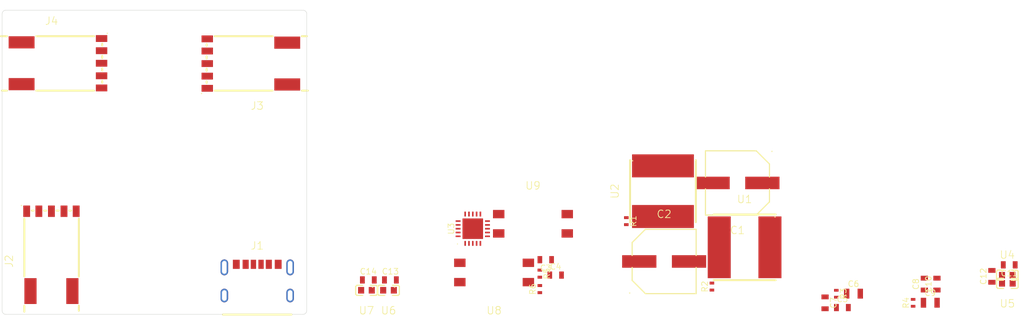
<source format=kicad_pcb>
(kicad_pcb (version 20171130) (host pcbnew 5.0.2)
  (general
    (links 0)
    (no_connects 0)
    (area 0 0 0 0)
    (thickness 1.6)
    (drawings 10)
    (tracks 0)
    (zones 0)
    (modules 0)
    (nets 27))
  (page A4)  (layers    
    (0 F.Cu signal)
    (31 B.Cu signal)
    (32 B.Adhes user)
    (33 F.Adhes user)
    (34 B.Paste user)
    (35 F.Paste user)
    (36 B.SilkS user)
    (37 F.SilkS user)
    (38 B.Mask user)
    (39 F.Mask user)
    (40 Dwgs.User user)
    (41 Cmts.User user)
    (42 Eco1.User user)
    (43 Eco2.User user)
    (44 Edge.Cuts user)
    (45 Margin user)
    (46 B.CrtYd user)
    (47 F.CrtYd user)
    (48 B.Fab user)
    (49 F.Fab user))
  (setup
    (last_trace_width 0)
    (trace_clearance 0.09)
    (zone_clearance 0)
    (zone_45_only no)
    (trace_min 0.09)
    (segment_width 0.2)
    (edge_width 0.15)
    (via_size 0.46)
    (via_drill 0.2)
    (via_min_size 0.46)
    (via_min_drill 0.2)
    (uvia_size 0.01)
    (uvia_drill 0)
    (uvias_allowed no)
    (uvia_min_size 0)
    (uvia_min_drill 0)
    (pcb_text_width 0.3)
    (pcb_text_size 1.5 1.5)
    (mod_edge_width 0.15)
    (mod_text_size 1 1)
    (mod_text_width 0.15)
    (pad_size 1.524 1.524)
    (pad_drill 0.762)
    (pad_to_mask_clearance 0.051)
    (aux_axis_origin 0 0)
    (visible_elements FFFFFF7F)
    (pcbplotparams
      (layerselection 0x00030_80000001)
      (usegerberextensions false)
      (excludeedgelayer true)
      (linewidth 0.050000)
      (plotframeref false)
      (viasonmask false)
      (mode 1)
      (useauxorigin false)
      (hpglpennumber 1)
      (hpglpenspeed 20)
      (hpglpendiameter 15)
      (hpglpenoverlay 2)
      (psnegative false)
      (psa4output false)
      (plotreference true)
      (plotvalue true)
      (plotinvisibletext false)
      (padsonsilk false)
      (subtractmaskfromsilk false)
      (outputformat 1)
      (mirror false)
      (drillshape 1)
      (scaleselection 1)
      (outputdirectory ""))
  )  
  (net 1 "VBUS")
  (net 2 "GND")
  (net 3 "VIN")
  (net 4 "rid_p1")
  (net 5 "INL+")
  (net 6 "amp_r0_p1")
  (net 7 "amp_r0_p2")
  (net 8 "amp_fb2_p2")
  (net 9 "amp_fb3_p2")
  (net 10 "G1")
  (net 11 "SDR")
  (net 12 "OUTR+")
  (net 13 "OUTR-")
  (net 14 "amp_r1_p2")
  (net 15 "rid_rid_p1")
  (net 16 "filter_c0_p1")
  (net 17 "INR-")
  (net 18 "amp_r1_p1")
  (net 19 "G0")
  (net 20 "SDL")
  (net 21 "INR+")
  (net 22 "amp_fb0_p2")
  (net 23 "amp_fb1_p2")
  (net 24 "INL-")
  (net 25 "OUTL+")
  (net 26 "OUTL-")  
  (module trs-speaker:C709355_13 (layer F.Cu) (tedit 00000000)
    (at 162.0 121.5 0.0)    
    (pad A12 smd rect
      (at 2.749962 -3.080061 0.0)
      (size 0.9 1.2)
      (net 2 "GND")
      (layers F.Cu F.Mask F.Paste))
    (pad A5 smd rect
      (at -0.499975 -3.080061 0.0)
      (size 0.7 1.2)
      (net 4 "rid_p1")
      (layers F.Cu F.Mask F.Paste))
    (pad A9 smd rect
      (at 1.520091 -3.080061 0.0)
      (size 0.8 1.2)
      (net 1 "VBUS")
      (layers F.Cu F.Mask F.Paste))
    (pad B12 smd rect
      (at -2.749911 -3.080061 0.0)
      (size 0.9 1.2)
      (net 2 "GND")
      (layers F.Cu F.Mask F.Paste))
    (pad B5 smd rect
      (at 0.500025 -3.080061 0.0)
      (size 0.7 1.2)
      (net 15 "rid_rid_p1")
      (layers F.Cu F.Mask F.Paste))
    (pad B9 smd rect
      (at -1.520041 -3.080061 0.0)
      (size 0.8 1.2)
      (net 1 "VBUS")
      (layers F.Cu F.Mask F.Paste))
    (pad 1 thru_hole oval
      (at -4.319888 -2.68001 0.0)
      (size 1.0 2.1)
      (drill oval 0.599949 1.700025)
      (layers *.Cu B.Mask F.Mask))
    (pad 2 thru_hole oval
      (at 4.319939 -2.68001 0.0)
      (size 1.0 2.1)
      (drill oval 0.599949 1.700025)
      (layers *.Cu B.Mask F.Mask))
    (pad 3 thru_hole oval
      (at -4.319888 1.020015 0.0)
      (size 1.0 1.8)
      (drill oval 0.599949 1.400051)
      (layers *.Cu B.Mask F.Mask))
    (pad 4 thru_hole oval
      (at 4.319939 1.020015 0.0)
      (size 1.0 1.8)
      (drill oval 0.599949 1.400051)
      (layers *.Cu B.Mask F.Mask))    
    (fp_text reference "J1" (at 0.0 -5.520015 0.0) (layer F.SilkS)
      (effects (font (size 1.0 1.0) (thickness 0.10)) (justify )))
    (fp_line (start -4.499975 3.520015) (end 4.5 3.520015) (layer F.SilkS) (width 0.25))    
    (model "../3d-models/C709355.wrl"
      (offset (xyz 0.0 0.0 0.0))
      (scale (xyz 1.0 1.0 1.0))
      (rotate (xyz 0.0 0.0 -180.0))))
  (module trs-speaker:ipc_two_pin_landpattern_3 (layer F.Cu) (tedit 00000000)
    (at 210.456683064219 112.741999049011 0.0)    
    (pad 1 smd rect
      (at 0.0 -0.4598612181134 0.0)
      (size 0.6 0.3802775637732)
      (net 4 "rid_p1")
      (layers F.Cu F.Paste))
    (pad 2 smd rect
      (at 0.0 0.4598612181134 0.0)
      (size 0.6 0.3802775637732)
      (net 2 "GND")
      (layers F.Cu F.Paste))    
    (fp_poly (pts (xy -0.45 -0.119722436226801) (xy 0.45 -0.119722436226801) (xy 0.45 -0.8) (xy -0.45 -0.8)) (layer F.Mask) (width 0))
    (fp_poly (pts (xy -0.45 0.8) (xy 0.45 0.8) (xy 0.45 0.119722436226801) (xy -0.45 0.119722436226801)) (layer F.Mask) (width 0))
    (fp_line (start -0.55 0.9) (end 0.55 0.9) (layer F.CrtYd) (width 0.05))
    (fp_line (start 0.55 0.9) (end 0.55 -0.9) (layer F.CrtYd) (width 0.05))
    (fp_line (start 0.55 -0.9) (end -0.55 -0.9) (layer F.CrtYd) (width 0.05))
    (fp_line (start -0.55 -0.9) (end -0.55 0.9) (layer F.CrtYd) (width 0.05))
    (fp_text reference "R1" (at 0.931 0.0 90.0) (layer F.SilkS)
      (effects (font (size 0.762 0.762) (thickness 0.10)) (justify ))))
  (module trs-speaker:ipc_two_pin_landpattern_3 (layer F.Cu) (tedit 00000000)
    (at 221.694300378081 121.345198292557 180.0)    
    (pad 1 smd rect
      (at 0.0 -0.4598612181134 180.0)
      (size 0.6 0.3802775637732)
      (net 15 "rid_rid_p1")
      (layers F.Cu F.Paste))
    (pad 2 smd rect
      (at 0.0 0.4598612181134 180.0)
      (size 0.6 0.3802775637732)
      (net 2 "GND")
      (layers F.Cu F.Paste))    
    (fp_poly (pts (xy -0.45 -0.119722436226801) (xy 0.45 -0.119722436226801) (xy 0.45 -0.8) (xy -0.45 -0.8)) (layer F.Mask) (width 0))
    (fp_poly (pts (xy -0.45 0.8) (xy 0.45 0.8) (xy 0.45 0.119722436226801) (xy -0.45 0.119722436226801)) (layer F.Mask) (width 0))
    (fp_line (start -0.55 0.9) (end 0.55 0.9) (layer F.CrtYd) (width 0.05))
    (fp_line (start 0.55 0.9) (end 0.55 -0.9) (layer F.CrtYd) (width 0.05))
    (fp_line (start 0.55 -0.9) (end -0.55 -0.9) (layer F.CrtYd) (width 0.05))
    (fp_line (start -0.55 -0.9) (end -0.55 0.9) (layer F.CrtYd) (width 0.05))
    (fp_text reference "R2" (at 0.931 0.0 90.0) (layer F.SilkS)
      (effects (font (size 0.762 0.762) (thickness 0.10)) (justify ))))
  (module trs-speaker:C340238_13 (layer F.Cu) (tedit 00000000)
    (at 225.984217370268 116.181991 0.0)    
    (pad 1 smd rect
      (at 3.327915 0.0 0.0)
      (size 3.024003 8.120015)
      (net 1 "VBUS")
      (layers F.Cu F.Mask F.Paste))
    (pad 2 smd rect
      (at -3.327915 0.0 0.0)
      (size 3.024003 8.120015)
      (net 16 "filter_c0_p1")
      (layers F.Cu F.Mask F.Paste))    
    (fp_text reference "U1" (at 0.0 -6.318009 0.0) (layer F.SilkS)
      (effects (font (size 1.0 1.0) (thickness 0.10)) (justify )))
    (fp_text user "REF**" (at 0.0 8.318009 0.0) (layer F.Fab)
      (effects (font (size 1.0 1.0) (thickness 0.10)) (justify )))
    (fp_line (start -4.0762 -4.318009) (end 4.0762 -4.318009) (layer F.SilkS) (width 0.254001))
    (fp_line (start -4.0762 4.318009) (end 4.0762 4.318009) (layer F.SilkS) (width 0.254001))
    (fp_arc (start 4.0 -4.0) (end 4.029972 -4.0) (angle -360.0) (layer F.SilkS) (width 0.059995))    
    (model "../3d-models/C340238.wrl"
      (offset (xyz 0.0 0.0 0.0))
      (scale (xyz 1.0 1.0 1.0))
      (rotate (xyz 0.0 0.0 -90.0))))
  (module trs-speaker:C340238_13 (layer F.Cu) (tedit 00000000)
    (at 215.269890511748 108.802082438293 90.0)    
    (pad 1 smd rect
      (at 3.327915 0.0 90.0)
      (size 3.024003 8.120015)
      (net 16 "filter_c0_p1")
      (layers F.Cu F.Mask F.Paste))
    (pad 2 smd rect
      (at -3.327915 0.0 90.0)
      (size 3.024003 8.120015)
      (net 3 "VIN")
      (layers F.Cu F.Mask F.Paste))    
    (fp_text reference "U2" (at 0.0 -6.318009 90.0) (layer F.SilkS)
      (effects (font (size 1.0 1.0) (thickness 0.10)) (justify )))
    (fp_text user "REF**" (at 0.0 8.318009 90.0) (layer F.Fab)
      (effects (font (size 1.0 1.0) (thickness 0.10)) (justify )))
    (fp_line (start -4.0762 -4.318009) (end 4.0762 -4.318009) (layer F.SilkS) (width 0.254001))
    (fp_line (start -4.0762 4.318009) (end 4.0762 4.318009) (layer F.SilkS) (width 0.254001))
    (fp_arc (start 4.0 -4.0) (end 4.0 -3.970028) (angle -360.0) (layer F.SilkS) (width 0.059995))    
    (model "../3d-models/C340238.wrl"
      (offset (xyz 0.0 0.0 0.0))
      (scale (xyz 1.0 1.0 1.0))
      (rotate (xyz 0.0 0.0 -90.0))))
  (module trs-speaker:ipc_two_pin_landpattern_2 (layer F.Cu) (tedit 00000000)
    (at 199.876880748808 117.808617700928 270.0)    
    (pad 1 smd rect
      (at 0.0 -0.768933982822018 270.0)
      (size 0.95 0.612132034355964)
      (net 2 "GND")
      (layers F.Cu F.Paste))
    (pad 2 smd rect
      (at 0.0 0.768933982822018 270.0)
      (size 0.95 0.612132034355964)
      (net 3 "VIN")
      (layers F.Cu F.Paste))    
    (fp_poly (pts (xy -0.625 -0.312867965644036) (xy 0.625 -0.312867965644036) (xy 0.625 -1.225) (xy -0.625 -1.225)) (layer F.Mask) (width 0))
    (fp_poly (pts (xy -0.625 1.225) (xy 0.625 1.225) (xy 0.625 0.312867965644036) (xy -0.625 0.312867965644036)) (layer F.Mask) (width 0))
    (fp_line (start -0.725 1.325) (end 0.725 1.325) (layer F.CrtYd) (width 0.05))
    (fp_line (start 0.725 1.325) (end 0.725 -1.325) (layer F.CrtYd) (width 0.05))
    (fp_line (start 0.725 -1.325) (end -0.725 -1.325) (layer F.CrtYd) (width 0.05))
    (fp_line (start -0.725 -1.325) (end -0.725 1.325) (layer F.CrtYd) (width 0.05))
    (fp_text reference "C3" (at 1.106 0.0 0.0) (layer F.SilkS)
      (effects (font (size 0.762 0.762) (thickness 0.10)) (justify ))))
  (module trs-speaker:ipc_two_pin_landpattern_2 (layer F.Cu) (tedit 00000000)
    (at 201.180080516875 119.836817850464 90.0)    
    (pad 1 smd rect
      (at 0.0 -0.768933982822018 90.0)
      (size 0.95 0.612132034355964)
      (net 2 "GND")
      (layers F.Cu F.Paste))
    (pad 2 smd rect
      (at 0.0 0.768933982822018 90.0)
      (size 0.95 0.612132034355964)
      (net 3 "VIN")
      (layers F.Cu F.Paste))    
    (fp_poly (pts (xy -0.625 -0.312867965644036) (xy 0.625 -0.312867965644036) (xy 0.625 -1.225) (xy -0.625 -1.225)) (layer F.Mask) (width 0))
    (fp_poly (pts (xy -0.625 1.225) (xy 0.625 1.225) (xy 0.625 0.312867965644036) (xy -0.625 0.312867965644036)) (layer F.Mask) (width 0))
    (fp_line (start -0.725 1.325) (end 0.725 1.325) (layer F.CrtYd) (width 0.05))
    (fp_line (start 0.725 1.325) (end 0.725 -1.325) (layer F.CrtYd) (width 0.05))
    (fp_line (start 0.725 -1.325) (end -0.725 -1.325) (layer F.CrtYd) (width 0.05))
    (fp_line (start -0.725 -1.325) (end -0.725 1.325) (layer F.CrtYd) (width 0.05))
    (fp_text reference "C4" (at 1.106 0.0 0.0) (layer F.SilkS)
      (effects (font (size 0.762 0.762) (thickness 0.10)) (justify ))))
  (module trs-speaker:ipc_two_pin_landpattern_5 (layer F.Cu) (tedit 00000000)
    (at 238.824833962584 124.10537382557 90.0)    
    (pad 1 smd rect
      (at 0.0 -0.780183982822018 90.0)
      (size 0.95 0.634632034355964)
      (net 7 "amp_r0_p2")
      (layers F.Cu F.Paste))
    (pad 2 smd rect
      (at 0.0 0.780183982822018 90.0)
      (size 0.95 0.634632034355964)
      (net 17 "INR-")
      (layers F.Cu F.Paste))    
    (fp_poly (pts (xy -0.625 -0.312867965644036) (xy 0.625 -0.312867965644036) (xy 0.625 -1.2475) (xy -0.625 -1.2475)) (layer F.Mask) (width 0))
    (fp_poly (pts (xy -0.625 1.2475) (xy 0.625 1.2475) (xy 0.625 0.312867965644036) (xy -0.625 0.312867965644036)) (layer F.Mask) (width 0))
    (fp_line (start -0.725 1.3475) (end 0.725 1.3475) (layer F.CrtYd) (width 0.05))
    (fp_line (start 0.725 1.3475) (end 0.725 -1.3475) (layer F.CrtYd) (width 0.05))
    (fp_line (start 0.725 -1.3475) (end -0.725 -1.3475) (layer F.CrtYd) (width 0.05))
    (fp_line (start -0.725 -1.3475) (end -0.725 1.3475) (layer F.CrtYd) (width 0.05))
    (fp_text reference "C5" (at 1.106 0.0 0.0) (layer F.SilkS)
      (effects (font (size 0.762 0.762) (thickness 0.10)) (justify ))))
  (module trs-speaker:ipc_two_pin_landpattern (layer F.Cu) (tedit 00000000)
    (at 240.280534360075 122.277173723718 90.0)    
    (pad 1 smd rect
      (at 0.0 -0.894722436226801 90.0)
      (size 1.3 0.710555127546399)
      (net 7 "amp_r0_p2")
      (layers F.Cu F.Paste))
    (pad 2 smd rect
      (at 0.0 0.894722436226801 90.0)
      (size 1.3 0.710555127546399)
      (net 2 "GND")
      (layers F.Cu F.Paste))    
    (fp_poly (pts (xy -0.8 -0.389444872453601) (xy 0.8 -0.389444872453601) (xy 0.8 -1.4) (xy -0.8 -1.4)) (layer F.Mask) (width 0))
    (fp_poly (pts (xy -0.8 1.4) (xy 0.8 1.4) (xy 0.8 0.389444872453601) (xy -0.8 0.389444872453601)) (layer F.Mask) (width 0))
    (fp_line (start -0.9 1.5) (end 0.9 1.5) (layer F.CrtYd) (width 0.05))
    (fp_line (start 0.9 1.5) (end 0.9 -1.5) (layer F.CrtYd) (width 0.05))
    (fp_line (start 0.9 -1.5) (end -0.9 -1.5) (layer F.CrtYd) (width 0.05))
    (fp_line (start -0.9 -1.5) (end -0.9 1.5) (layer F.CrtYd) (width 0.05))
    (fp_text reference "C6" (at 1.281 0.0 0.0) (layer F.SilkS)
      (effects (font (size 0.762 0.762) (thickness 0.10)) (justify ))))
  (module trs-speaker:ipc_two_pin_landpattern_5 (layer F.Cu) (tedit 00000000)
    (at 236.549133870268 123.482874002 0.0)    
    (pad 1 smd rect
      (at 0.0 -0.780183982822018 0.0)
      (size 0.95 0.634632034355964)
      (net 2 "GND")
      (layers F.Cu F.Paste))
    (pad 2 smd rect
      (at 0.0 0.780183982822018 0.0)
      (size 0.95 0.634632034355964)
      (net 21 "INR+")
      (layers F.Cu F.Paste))    
    (fp_poly (pts (xy -0.625 -0.312867965644036) (xy 0.625 -0.312867965644036) (xy 0.625 -1.2475) (xy -0.625 -1.2475)) (layer F.Mask) (width 0))
    (fp_poly (pts (xy -0.625 1.2475) (xy 0.625 1.2475) (xy 0.625 0.312867965644036) (xy -0.625 0.312867965644036)) (layer F.Mask) (width 0))
    (fp_line (start -0.725 1.3475) (end 0.725 1.3475) (layer F.CrtYd) (width 0.05))
    (fp_line (start 0.725 1.3475) (end 0.725 -1.3475) (layer F.CrtYd) (width 0.05))
    (fp_line (start 0.725 -1.3475) (end -0.725 -1.3475) (layer F.CrtYd) (width 0.05))
    (fp_line (start -0.725 -1.3475) (end -0.725 1.3475) (layer F.CrtYd) (width 0.05))
    (fp_text reference "C7" (at 1.106 0.0 90.0) (layer F.SilkS)
      (effects (font (size 0.762 0.762) (thickness 0.10)) (justify ))))
  (module trs-speaker:C85831_13 (layer F.Cu) (tedit 00000000)
    (at 260.474427837495 119.839395 0.0)    
    (pad 1 smd rect
      (at -0.693167 0.009246 180.0)
      (size 0.8 0.864008)
      (net 12 "OUTR+")
      (layers F.Cu F.Mask F.Paste))
    (pad 2 smd rect
      (at 0.706629 0.009246 180.0)
      (size 0.8 0.864008)
      (net 22 "amp_fb0_p2")
      (layers F.Cu F.Mask F.Paste))    
    (fp_text reference "U4" (at 0.0 -2.660605 0.0) (layer F.SilkS)
      (effects (font (size 1.0 1.0) (thickness 0.10)) (justify )))
    (fp_text user "REF**" (at 0.0 4.660605 0.0) (layer F.Fab)
      (effects (font (size 1.0 1.0) (thickness 0.10)) (justify )))
    (fp_line (start 1.265075 -0.660605) (end 1.417374 -0.508179) (layer F.SilkS) (width 0.1524))
    (fp_line (start -1.264948 -0.660605) (end -0.502946 -0.660605) (layer F.SilkS) (width 0.151994))
    (fp_line (start -1.264948 0.660605) (end -1.417374 0.508255) (layer F.SilkS) (width 0.1524))
    (fp_line (start 1.417374 -0.508179) (end 1.417374 0.508255) (layer F.SilkS) (width 0.1524))
    (fp_line (start 1.265075 -0.660605) (end 0.503073 -0.660605) (layer F.SilkS) (width 0.151994))
    (fp_line (start -1.264948 0.660605) (end -0.502946 0.660605) (layer F.SilkS) (width 0.151994))
    (fp_line (start 1.265075 0.660605) (end 0.503073 0.660605) (layer F.SilkS) (width 0.151994))
    (fp_line (start -1.417374 -0.508179) (end -1.264948 -0.660605) (layer F.SilkS) (width 0.1524))
    (fp_line (start -1.417374 0.508255) (end -1.417374 -0.508179) (layer F.SilkS) (width 0.1524))
    (fp_line (start 1.417374 0.508255) (end 1.265075 0.660605) (layer F.SilkS) (width 0.1524))
    (fp_arc (start -0.793269 0.409246) (end -0.763272 0.409246) (angle -360.0) (layer F.SilkS) (width 0.059995))    
    (model "../3d-models/C85831.wrl"
      (offset (xyz 0.0 0.0 0.0))
      (scale (xyz 1.0 1.0 1.0))
      (rotate (xyz 0.0 0.0 -180.0))))
  (module trs-speaker:C85831_13 (layer F.Cu) (tedit 00000000)
    (at 260.487889904146 120.925095035095 180.0)    
    (pad 1 smd rect
      (at -0.693167 0.009246 0.0)
      (size 0.8 0.864008)
      (net 13 "OUTR-")
      (layers F.Cu F.Mask F.Paste))
    (pad 2 smd rect
      (at 0.706629 0.009246 0.0)
      (size 0.8 0.864008)
      (net 23 "amp_fb1_p2")
      (layers F.Cu F.Mask F.Paste))    
    (fp_text reference "U5" (at 0.0 -2.660605 0.0) (layer F.SilkS)
      (effects (font (size 1.0 1.0) (thickness 0.10)) (justify )))
    (fp_text user "REF**" (at 0.0 4.660605 0.0) (layer F.Fab)
      (effects (font (size 1.0 1.0) (thickness 0.10)) (justify )))
    (fp_line (start 1.265075 -0.660605) (end 1.417374 -0.508179) (layer F.SilkS) (width 0.1524))
    (fp_line (start -1.264948 -0.660605) (end -0.502946 -0.660605) (layer F.SilkS) (width 0.151994))
    (fp_line (start -1.264948 0.660605) (end -1.417374 0.508255) (layer F.SilkS) (width 0.1524))
    (fp_line (start 1.417374 -0.508179) (end 1.417374 0.508255) (layer F.SilkS) (width 0.1524))
    (fp_line (start 1.265075 -0.660605) (end 0.503073 -0.660605) (layer F.SilkS) (width 0.151994))
    (fp_line (start -1.264948 0.660605) (end -0.502946 0.660605) (layer F.SilkS) (width 0.151994))
    (fp_line (start 1.265075 0.660605) (end 0.503073 0.660605) (layer F.SilkS) (width 0.151994))
    (fp_line (start -1.417374 -0.508179) (end -1.264948 -0.660605) (layer F.SilkS) (width 0.1524))
    (fp_line (start -1.417374 0.508255) (end -1.417374 -0.508179) (layer F.SilkS) (width 0.1524))
    (fp_line (start 1.417374 0.508255) (end 1.265075 0.660605) (layer F.SilkS) (width 0.1524))
    (fp_arc (start -0.793269 0.409246) (end -0.823266 0.409246) (angle -360.0) (layer F.SilkS) (width 0.059995))    
    (model "../3d-models/C85831.wrl"
      (offset (xyz 0.0 0.0 0.0))
      (scale (xyz 1.0 1.0 1.0))
      (rotate (xyz 0.0 0.0 -180.0))))
  (module trs-speaker:C85831_13 (layer F.Cu) (tedit 00000000)
    (at 179.242440877467 121.839395 180.0)    
    (pad 1 smd rect
      (at -0.693167 0.009246 0.0)
      (size 0.8 0.864008)
      (net 25 "OUTL+")
      (layers F.Cu F.Mask F.Paste))
    (pad 2 smd rect
      (at 0.706629 0.009246 0.0)
      (size 0.8 0.864008)
      (net 8 "amp_fb2_p2")
      (layers F.Cu F.Mask F.Paste))    
    (fp_text reference "U6" (at 0.0 -2.660605 0.0) (layer F.SilkS)
      (effects (font (size 1.0 1.0) (thickness 0.10)) (justify )))
    (fp_text user "REF**" (at 0.0 4.660605 0.0) (layer F.Fab)
      (effects (font (size 1.0 1.0) (thickness 0.10)) (justify )))
    (fp_line (start 1.265075 -0.660605) (end 1.417374 -0.508179) (layer F.SilkS) (width 0.1524))
    (fp_line (start -1.264948 -0.660605) (end -0.502946 -0.660605) (layer F.SilkS) (width 0.151994))
    (fp_line (start -1.264948 0.660605) (end -1.417374 0.508255) (layer F.SilkS) (width 0.1524))
    (fp_line (start 1.417374 -0.508179) (end 1.417374 0.508255) (layer F.SilkS) (width 0.1524))
    (fp_line (start 1.265075 -0.660605) (end 0.503073 -0.660605) (layer F.SilkS) (width 0.151994))
    (fp_line (start -1.264948 0.660605) (end -0.502946 0.660605) (layer F.SilkS) (width 0.151994))
    (fp_line (start 1.265075 0.660605) (end 0.503073 0.660605) (layer F.SilkS) (width 0.151994))
    (fp_line (start -1.417374 -0.508179) (end -1.264948 -0.660605) (layer F.SilkS) (width 0.1524))
    (fp_line (start -1.417374 0.508255) (end -1.417374 -0.508179) (layer F.SilkS) (width 0.1524))
    (fp_line (start 1.417374 0.508255) (end 1.265075 0.660605) (layer F.SilkS) (width 0.1524))
    (fp_arc (start -0.793269 0.409246) (end -0.823266 0.409246) (angle -360.0) (layer F.SilkS) (width 0.059995))    
    (model "../3d-models/C85831.wrl"
      (offset (xyz 0.0 0.0 0.0))
      (scale (xyz 1.0 1.0 1.0))
      (rotate (xyz 0.0 0.0 -180.0))))
  (module trs-speaker:C85831_13 (layer F.Cu) (tedit 00000000)
    (at 176.3442412 121.839395 180.0)    
    (pad 1 smd rect
      (at -0.693167 0.009246 0.0)
      (size 0.8 0.864008)
      (net 26 "OUTL-")
      (layers F.Cu F.Mask F.Paste))
    (pad 2 smd rect
      (at 0.706629 0.009246 0.0)
      (size 0.8 0.864008)
      (net 9 "amp_fb3_p2")
      (layers F.Cu F.Mask F.Paste))    
    (fp_text reference "U7" (at 0.0 -2.660605 0.0) (layer F.SilkS)
      (effects (font (size 1.0 1.0) (thickness 0.10)) (justify )))
    (fp_text user "REF**" (at 0.0 4.660605 0.0) (layer F.Fab)
      (effects (font (size 1.0 1.0) (thickness 0.10)) (justify )))
    (fp_line (start 1.265075 -0.660605) (end 1.417374 -0.508179) (layer F.SilkS) (width 0.1524))
    (fp_line (start -1.264948 -0.660605) (end -0.502946 -0.660605) (layer F.SilkS) (width 0.151994))
    (fp_line (start -1.264948 0.660605) (end -1.417374 0.508255) (layer F.SilkS) (width 0.1524))
    (fp_line (start 1.417374 -0.508179) (end 1.417374 0.508255) (layer F.SilkS) (width 0.1524))
    (fp_line (start 1.265075 -0.660605) (end 0.503073 -0.660605) (layer F.SilkS) (width 0.151994))
    (fp_line (start -1.264948 0.660605) (end -0.502946 0.660605) (layer F.SilkS) (width 0.151994))
    (fp_line (start 1.265075 0.660605) (end 0.503073 0.660605) (layer F.SilkS) (width 0.151994))
    (fp_line (start -1.417374 -0.508179) (end -1.264948 -0.660605) (layer F.SilkS) (width 0.1524))
    (fp_line (start -1.417374 0.508255) (end -1.417374 -0.508179) (layer F.SilkS) (width 0.1524))
    (fp_line (start 1.417374 0.508255) (end 1.265075 0.660605) (layer F.SilkS) (width 0.1524))
    (fp_arc (start -0.793269 0.409246) (end -0.823266 0.409246) (angle -360.0) (layer F.SilkS) (width 0.059995))    
    (model "../3d-models/C85831.wrl"
      (offset (xyz 0.0 0.0 0.0))
      (scale (xyz 1.0 1.0 1.0))
      (rotate (xyz 0.0 0.0 -180.0))))
  (module trs-speaker:ipc_two_pin_landpattern_5 (layer F.Cu) (tedit 00000000)
    (at 258.453060764436 120.000353170891 180.0)    
    (pad 1 smd rect
      (at 0.0 -0.780183982822018 180.0)
      (size 0.95 0.634632034355964)
      (net 23 "amp_fb1_p2")
      (layers F.Cu F.Paste))
    (pad 2 smd rect
      (at 0.0 0.780183982822018 180.0)
      (size 0.95 0.634632034355964)
      (net 2 "GND")
      (layers F.Cu F.Paste))    
    (fp_poly (pts (xy -0.625 -0.312867965644036) (xy 0.625 -0.312867965644036) (xy 0.625 -1.2475) (xy -0.625 -1.2475)) (layer F.Mask) (width 0))
    (fp_poly (pts (xy -0.625 1.2475) (xy 0.625 1.2475) (xy 0.625 0.312867965644036) (xy -0.625 0.312867965644036)) (layer F.Mask) (width 0))
    (fp_line (start -0.725 1.3475) (end 0.725 1.3475) (layer F.CrtYd) (width 0.05))
    (fp_line (start 0.725 1.3475) (end 0.725 -1.3475) (layer F.CrtYd) (width 0.05))
    (fp_line (start 0.725 -1.3475) (end -0.725 -1.3475) (layer F.CrtYd) (width 0.05))
    (fp_line (start -0.725 -1.3475) (end -0.725 1.3475) (layer F.CrtYd) (width 0.05))
    (fp_text reference "C12" (at 1.106 0.0 90.0) (layer F.SilkS)
      (effects (font (size 0.762 0.762) (thickness 0.10)) (justify ))))
  (module trs-speaker:ipc_two_pin_landpattern_5 (layer F.Cu) (tedit 00000000)
    (at 176.585112152606 120.469944907684 90.0)    
    (pad 1 smd rect
      (at 0.0 -0.780183982822018 90.0)
      (size 0.95 0.634632034355964)
      (net 9 "amp_fb3_p2")
      (layers F.Cu F.Paste))
    (pad 2 smd rect
      (at 0.0 0.780183982822018 90.0)
      (size 0.95 0.634632034355964)
      (net 2 "GND")
      (layers F.Cu F.Paste))    
    (fp_poly (pts (xy -0.625 -0.312867965644036) (xy 0.625 -0.312867965644036) (xy 0.625 -1.2475) (xy -0.625 -1.2475)) (layer F.Mask) (width 0))
    (fp_poly (pts (xy -0.625 1.2475) (xy 0.625 1.2475) (xy 0.625 0.312867965644036) (xy -0.625 0.312867965644036)) (layer F.Mask) (width 0))
    (fp_line (start -0.725 1.3475) (end 0.725 1.3475) (layer F.CrtYd) (width 0.05))
    (fp_line (start 0.725 1.3475) (end 0.725 -1.3475) (layer F.CrtYd) (width 0.05))
    (fp_line (start 0.725 -1.3475) (end -0.725 -1.3475) (layer F.CrtYd) (width 0.05))
    (fp_line (start -0.725 -1.3475) (end -0.725 1.3475) (layer F.CrtYd) (width 0.05))
    (fp_text reference "C14" (at 1.106 0.0 0.0) (layer F.SilkS)
      (effects (font (size 0.762 0.762) (thickness 0.10)) (justify ))))
  (module trs-speaker:C54949_17 (layer F.Cu) (tedit 00000000)
    (at 193.098681552946 119.490018 180.0)    
    (pad 1 smd rect
      (at -4.5 -1.269901 90.0)
      (size 1.1 1.5)
      (net 19 "G0")
      (layers F.Cu F.Mask F.Paste))
    (pad 2 smd rect
      (at -4.5 1.270104 90.0)
      (size 1.1 1.5)
      (net 10 "G1")
      (layers F.Cu F.Mask F.Paste))
    (pad 3 smd rect
      (at 4.5 1.270104 90.0)
      (size 1.1 1.5)
      (net 2 "GND")
      (layers F.Cu F.Mask F.Paste))
    (pad 4 smd rect
      (at 4.5 -1.269901 90.0)
      (size 1.1 1.5)
      (net 2 "GND")
      (layers F.Cu F.Mask F.Paste))    
    (fp_text reference "U8" (at 0.0 -5.009982 0.0) (layer F.SilkS)
      (effects (font (size 1.0 1.0) (thickness 0.10)) (justify )))
    (fp_line (start -5.05 3.1) (end 5.05 3.1) (layer F.CrtYd) (width 0.05))
    (fp_line (start 5.05 3.1) (end 5.05 -3.1) (layer F.CrtYd) (width 0.05))
    (fp_line (start 5.05 -3.1) (end -5.05 -3.1) (layer F.CrtYd) (width 0.05))
    (fp_line (start -5.05 -3.1) (end -5.05 3.1) (layer F.CrtYd) (width 0.05)))
  (module trs-speaker:ipc_two_pin_landpattern_1 (layer F.Cu) (tedit 00000000)
    (at 199.101881130278 119.649317850464 0.0)    
    (pad 1 smd rect
      (at 0.0 -0.4661112181134 0.0)
      (size 0.6 0.3927775637732)
      (net 19 "G0")
      (layers F.Cu F.Paste))
    (pad 2 smd rect
      (at 0.0 0.4661112181134 0.0)
      (size 0.6 0.3927775637732)
      (net 3 "VIN")
      (layers F.Cu F.Paste))    
    (fp_poly (pts (xy -0.45 -0.119722436226801) (xy 0.45 -0.119722436226801) (xy 0.45 -0.8125) (xy -0.45 -0.8125)) (layer F.Mask) (width 0))
    (fp_poly (pts (xy -0.45 0.8125) (xy 0.45 0.8125) (xy 0.45 0.119722436226801) (xy -0.45 0.119722436226801)) (layer F.Mask) (width 0))
    (fp_line (start -0.55 0.9125) (end 0.55 0.9125) (layer F.CrtYd) (width 0.05))
    (fp_line (start 0.55 0.9125) (end 0.55 -0.9125) (layer F.CrtYd) (width 0.05))
    (fp_line (start 0.55 -0.9125) (end -0.55 -0.9125) (layer F.CrtYd) (width 0.05))
    (fp_line (start -0.55 -0.9125) (end -0.55 0.9125) (layer F.CrtYd) (width 0.05))
    (fp_text reference "R5" (at 0.931 0.0 90.0) (layer F.SilkS)
      (effects (font (size 0.762 0.762) (thickness 0.10)) (justify ))))
  (module trs-speaker:C54949_17 (layer F.Cu) (tedit 00000000)
    (at 198.201881511748 113.086817850464 0.0)    
    (pad 1 smd rect
      (at -4.5 -1.269901 270.0)
      (size 1.1 1.5)
      (net 11 "SDR")
      (layers F.Cu F.Mask F.Paste))
    (pad 2 smd rect
      (at -4.5 1.270104 270.0)
      (size 1.1 1.5)
      (net 20 "SDL")
      (layers F.Cu F.Mask F.Paste))
    (pad 3 smd rect
      (at 4.5 1.270104 270.0)
      (size 1.1 1.5)
      (net 3 "VIN")
      (layers F.Cu F.Mask F.Paste))
    (pad 4 smd rect
      (at 4.5 -1.269901 270.0)
      (size 1.1 1.5)
      (net 3 "VIN")
      (layers F.Cu F.Mask F.Paste))    
    (fp_text reference "U9" (at 0.0 -5.009982 0.0) (layer F.SilkS)
      (effects (font (size 1.0 1.0) (thickness 0.10)) (justify )))
    (fp_line (start -5.05 3.1) (end 5.05 3.1) (layer F.CrtYd) (width 0.05))
    (fp_line (start 5.05 3.1) (end 5.05 -3.1) (layer F.CrtYd) (width 0.05))
    (fp_line (start 5.05 -3.1) (end -5.05 -3.1) (layer F.CrtYd) (width 0.05))
    (fp_line (start -5.05 -3.1) (end -5.05 3.1) (layer F.CrtYd) (width 0.05)))
  (module trs-speaker:C145801_12 (layer F.Cu) (tedit 00000000)
    (at 162.0 92.0 180.0)    
    (pad 1 smd rect
      (at 6.561976 -3.271908 180.0)
      (size 1.5 0.9)
      (net 23 "amp_fb1_p2")
      (layers F.Cu F.Mask F.Paste))
    (pad 2 smd rect
      (at 6.561976 -1.671958 180.0)
      (size 1.5 0.9)
      (net 22 "amp_fb0_p2")
      (layers F.Cu F.Mask F.Paste))
    (pad 3 smd rect
      (at 6.561976 1.629032 180.0)
      (size 1.5 0.9)
      (layers F.Cu F.Mask F.Paste))
    (pad 4 smd rect
      (at 6.561976 3.227965 180.0)
      (size 1.5 0.9)
      (layers F.Cu F.Mask F.Paste))
    (pad 5 smd rect
      (at 6.561976 -0.021971 180.0)
      (size 1.5 0.9)
      (net 22 "amp_fb0_p2")
      (layers F.Cu F.Mask F.Paste))
    (pad 6 smd rect
      (at -3.937897 -2.771781 180.0)
      (size 3.4 1.6)
      (layers F.Cu F.Mask F.Paste))
    (pad 7 smd rect
      (at -3.937897 2.728092 180.0)
      (size 3.4 1.6)
      (layers F.Cu F.Mask F.Paste))    
    (fp_text reference "J3" (at 0.0 -5.577978 0.0) (layer F.SilkS)
      (effects (font (size 1.0 1.0) (thickness 0.10)) (justify )))
    (fp_text user "REF**" (at 0.0 7.577978 0.0) (layer F.Fab)
      (effects (font (size 1.0 1.0) (thickness 0.10)) (justify )))
    (fp_line (start -6.64605 -3.577978) (end -5.868987 -3.577978) (layer F.SilkS) (width 0.254001))
    (fp_line (start -2.006985 -3.577978) (end 5.580772 -3.577978) (layer F.SilkS) (width 0.254001))
    (fp_line (start -5.863526 3.577978) (end -6.518034 3.577978) (layer F.SilkS) (width 0.254001))
    (fp_line (start 6.64605 0.65875) (end 6.64605 0.948311) (layer F.SilkS) (width 0.254001))
    (fp_line (start 6.64605 2.309754) (end 6.64605 2.545974) (layer F.SilkS) (width 0.254001))
    (fp_line (start 6.64605 -0.990729) (end 6.64605 -0.702692) (layer F.SilkS) (width 0.254001))
    (fp_line (start 6.64605 -2.590932) (end 6.64605 -2.353188) (layer F.SilkS) (width 0.254001))
    (fp_line (start 5.581534 3.577978) (end -2.012522 3.577978) (layer F.SilkS) (width 0.254001))
    (fp_arc (start 7.31204 -3.958979) (end 7.282043 -3.958979) (angle -360.0) (layer F.SilkS) (width 0.059995))    
    (model "../3d-models/C145801.wrl"
      (offset (xyz 0.0 0.0 0.0))
      (scale (xyz 1.0 1.0 1.0))
      (rotate (xyz 0.0 0.0 0.0))))
  (module trs-speaker:C145801_12 (layer F.Cu) (tedit 00000000)
    (at 135.0 92.0 0.0)    
    (pad 1 smd rect
      (at 6.561976 -3.271908 0.0)
      (size 1.5 0.9)
      (net 9 "amp_fb3_p2")
      (layers F.Cu F.Mask F.Paste))
    (pad 2 smd rect
      (at 6.561976 -1.671958 0.0)
      (size 1.5 0.9)
      (net 8 "amp_fb2_p2")
      (layers F.Cu F.Mask F.Paste))
    (pad 3 smd rect
      (at 6.561976 1.629032 0.0)
      (size 1.5 0.9)
      (layers F.Cu F.Mask F.Paste))
    (pad 4 smd rect
      (at 6.561976 3.227965 0.0)
      (size 1.5 0.9)
      (layers F.Cu F.Mask F.Paste))
    (pad 5 smd rect
      (at 6.561976 -0.021971 0.0)
      (size 1.5 0.9)
      (net 8 "amp_fb2_p2")
      (layers F.Cu F.Mask F.Paste))
    (pad 6 smd rect
      (at -3.937897 -2.771781 0.0)
      (size 3.4 1.6)
      (layers F.Cu F.Mask F.Paste))
    (pad 7 smd rect
      (at -3.937897 2.728092 0.0)
      (size 3.4 1.6)
      (layers F.Cu F.Mask F.Paste))    
    (fp_text reference "J4" (at 0.0 -5.577978 0.0) (layer F.SilkS)
      (effects (font (size 1.0 1.0) (thickness 0.10)) (justify )))
    (fp_text user "REF**" (at 0.0 7.577978 0.0) (layer F.Fab)
      (effects (font (size 1.0 1.0) (thickness 0.10)) (justify )))
    (fp_line (start -6.64605 -3.577978) (end -5.868987 -3.577978) (layer F.SilkS) (width 0.254001))
    (fp_line (start -2.006985 -3.577978) (end 5.580772 -3.577978) (layer F.SilkS) (width 0.254001))
    (fp_line (start -5.863526 3.577978) (end -6.518034 3.577978) (layer F.SilkS) (width 0.254001))
    (fp_line (start 6.64605 0.65875) (end 6.64605 0.948311) (layer F.SilkS) (width 0.254001))
    (fp_line (start 6.64605 2.309754) (end 6.64605 2.545974) (layer F.SilkS) (width 0.254001))
    (fp_line (start 6.64605 -0.990729) (end 6.64605 -0.702692) (layer F.SilkS) (width 0.254001))
    (fp_line (start 6.64605 -2.590932) (end 6.64605 -2.353188) (layer F.SilkS) (width 0.254001))
    (fp_line (start 5.581534 3.577978) (end -2.012522 3.577978) (layer F.SilkS) (width 0.254001))
    (fp_arc (start 7.31204 -3.958979) (end 7.342037 -3.958979) (angle -360.0) (layer F.SilkS) (width 0.059995))    
    (model "../3d-models/C145801.wrl"
      (offset (xyz 0.0 0.0 0.0))
      (scale (xyz 1.0 1.0 1.0))
      (rotate (xyz 0.0 0.0 0.0))))
  (module trs-speaker:C433208 (layer F.Cu) (tedit 00000000)
    (at 225.050306046721 107.718784708801 180.0)    
    (pad 1 smd rect
      (at -3.267209 0.0 180.0)
      (size 4.5 1.650013)
      (net 16 "filter_c0_p1")
      (layers F.Cu F.Paste F.Mask))
    (pad 2 smd rect
      (at 3.267209 0.0 180.0)
      (size 4.5 1.650013)
      (net 2 "GND")
      (layers F.Cu F.Paste F.Mask))    
    (fp_text reference "C1" (at 0.0 -6.226238 0.0) (layer F.SilkS)
      (effects (font (size 1.0 1.0) (thickness 0.10)) (justify )))
    (fp_arc (start -4.524511 4.150114) (end -4.554483 4.150114) (angle -360.0) (layer F.SilkS) (width 0.059995))
    (fp_line (start 4.201245 0.782398) (end 4.201245 4.226238) (layer F.SilkS) (width 0.1524))
    (fp_line (start 4.201245 4.226238) (end -2.464973 4.226238) (layer F.SilkS) (width 0.1524))
    (fp_line (start -2.464973 4.226238) (end -4.201245 2.489967) (layer F.SilkS) (width 0.1524))
    (fp_line (start -4.201245 2.489967) (end -4.201245 0.782398) (layer F.SilkS) (width 0.1524))
    (fp_line (start 4.201245 -0.782398) (end 4.201245 -4.226238) (layer F.SilkS) (width 0.1524))
    (fp_line (start 4.201245 -4.226238) (end -2.464973 -4.226238) (layer F.SilkS) (width 0.1524))
    (fp_line (start -2.464973 -4.226238) (end -4.201245 -2.489967) (layer F.SilkS) (width 0.1524))
    (fp_line (start -4.201245 -2.489967) (end -4.201245 -0.782398) (layer F.SilkS) (width 0.1524))
    (fp_line (start -4.2 4.2) (end 4.2 4.2) (layer F.CrtYd) (width 0.05))
    (fp_line (start 4.2 4.2) (end 4.2 -4.2) (layer F.CrtYd) (width 0.05))
    (fp_line (start 4.2 -4.2) (end -4.2 -4.2) (layer F.CrtYd) (width 0.05))
    (fp_line (start -4.2 -4.2) (end -4.2 4.2) (layer F.CrtYd) (width 0.05)))
  (module trs-speaker:C433208 (layer F.Cu) (tedit 00000000)
    (at 215.42389174771 118.045198817078 0.0)    
    (pad 1 smd rect
      (at -3.267209 0.0 0.0)
      (size 4.5 1.650013)
      (net 3 "VIN")
      (layers F.Cu F.Paste F.Mask))
    (pad 2 smd rect
      (at 3.267209 0.0 0.0)
      (size 4.5 1.650013)
      (net 2 "GND")
      (layers F.Cu F.Paste F.Mask))    
    (fp_text reference "C2" (at 0.0 -6.226238 0.0) (layer F.SilkS)
      (effects (font (size 1.0 1.0) (thickness 0.10)) (justify )))
    (fp_arc (start -4.524511 4.150114) (end -4.494539 4.150114) (angle -360.0) (layer F.SilkS) (width 0.059995))
    (fp_line (start 4.201245 0.782398) (end 4.201245 4.226238) (layer F.SilkS) (width 0.1524))
    (fp_line (start 4.201245 4.226238) (end -2.464973 4.226238) (layer F.SilkS) (width 0.1524))
    (fp_line (start -2.464973 4.226238) (end -4.201245 2.489967) (layer F.SilkS) (width 0.1524))
    (fp_line (start -4.201245 2.489967) (end -4.201245 0.782398) (layer F.SilkS) (width 0.1524))
    (fp_line (start 4.201245 -0.782398) (end 4.201245 -4.226238) (layer F.SilkS) (width 0.1524))
    (fp_line (start 4.201245 -4.226238) (end -2.464973 -4.226238) (layer F.SilkS) (width 0.1524))
    (fp_line (start -2.464973 -4.226238) (end -4.201245 -2.489967) (layer F.SilkS) (width 0.1524))
    (fp_line (start -4.201245 -2.489967) (end -4.201245 -0.782398) (layer F.SilkS) (width 0.1524))
    (fp_line (start -4.2 4.2) (end 4.2 4.2) (layer F.CrtYd) (width 0.05))
    (fp_line (start 4.2 4.2) (end 4.2 -4.2) (layer F.CrtYd) (width 0.05))
    (fp_line (start 4.2 -4.2) (end -4.2 -4.2) (layer F.CrtYd) (width 0.05))
    (fp_line (start -4.2 -4.2) (end -4.2 4.2) (layer F.CrtYd) (width 0.05)))
  (module trs-speaker:tpa2012 (layer F.Cu) (tedit 00000000)
    (at 190.298682077467 113.736817468994 90.0)    
    (pad 1 smd rect
      (at -1.92928932188135 -1.0 90.0)
      (size 0.64142135623731 0.21)
      (net 10 "G1")
      (layers F.Cu F.Paste))
    (pad 2 smd rect
      (at -1.92928932188135 -0.5 90.0)
      (size 0.64142135623731 0.21)
      (net 25 "OUTL+")
      (layers F.Cu F.Paste))
    (pad 3 smd rect
      (at -1.92928932188135 0.0 90.0)
      (size 0.64142135623731 0.21)
      (net 3 "VIN")
      (layers F.Cu F.Paste))
    (pad 4 smd rect
      (at -1.92928932188135 0.5 90.0)
      (size 0.64142135623731 0.21)
      (net 2 "GND")
      (layers F.Cu F.Paste))
    (pad 5 smd rect
      (at -1.92928932188135 1.0 90.0)
      (size 0.64142135623731 0.21)
      (net 26 "OUTL-")
      (layers F.Cu F.Paste))
    (pad 6 smd rect
      (at -1.0 1.92928932188135 90.0)
      (size 0.21 0.64142135623731)
      (layers F.Cu F.Paste))
    (pad 7 smd rect
      (at -0.5 1.92928932188135 90.0)
      (size 0.21 0.64142135623731)
      (net 20 "SDL")
      (layers F.Cu F.Paste))
    (pad 8 smd rect
      (at 0.0 1.92928932188135 90.0)
      (size 0.21 0.64142135623731)
      (net 11 "SDR")
      (layers F.Cu F.Paste))
    (pad 9 smd rect
      (at 0.5 1.92928932188135 90.0)
      (size 0.21 0.64142135623731)
      (net 3 "VIN")
      (layers F.Cu F.Paste))
    (pad 10 smd rect
      (at 1.0 1.92928932188135 90.0)
      (size 0.21 0.64142135623731)
      (layers F.Cu F.Paste))
    (pad 11 smd rect
      (at 1.92928932188135 1.0 90.0)
      (size 0.64142135623731 0.21)
      (net 13 "OUTR-")
      (layers F.Cu F.Paste))
    (pad 12 smd rect
      (at 1.92928932188135 0.5 90.0)
      (size 0.64142135623731 0.21)
      (net 2 "GND")
      (layers F.Cu F.Paste))
    (pad 13 smd rect
      (at 1.92928932188135 0.0 90.0)
      (size 0.64142135623731 0.21)
      (net 3 "VIN")
      (layers F.Cu F.Paste))
    (pad 14 smd rect
      (at 1.92928932188135 -0.5 90.0)
      (size 0.64142135623731 0.21)
      (net 12 "OUTR+")
      (layers F.Cu F.Paste))
    (pad 15 smd rect
      (at 1.92928932188135 -1.0 90.0)
      (size 0.64142135623731 0.21)
      (net 19 "G0")
      (layers F.Cu F.Paste))
    (pad 16 smd rect
      (at 1.0 -1.92928932188135 90.0)
      (size 0.21 0.64142135623731)
      (net 21 "INR+")
      (layers F.Cu F.Paste))
    (pad 17 smd rect
      (at 0.5 -1.92928932188135 90.0)
      (size 0.21 0.64142135623731)
      (net 17 "INR-")
      (layers F.Cu F.Paste))
    (pad 18 smd rect
      (at 0.0 -1.92928932188135 90.0)
      (size 0.21 0.64142135623731)
      (net 2 "GND")
      (layers F.Cu F.Paste))
    (pad 19 smd rect
      (at -0.5 -1.92928932188135 90.0)
      (size 0.21 0.64142135623731)
      (net 24 "INL-")
      (layers F.Cu F.Paste))
    (pad 20 smd rect
      (at -1.0 -1.92928932188135 90.0)
      (size 0.21 0.64142135623731)
      (net 5 "INL+")
      (layers F.Cu F.Paste))
    (pad 21 smd rect
      (at 0.0 0.0 90.0)
      (size 2.7 2.7)
      (net 2 "GND")
      (layers F.Cu F.Paste))    
    (fp_poly (pts (xy -2.4 -0.745) (xy -1.45857864376269 -0.745) (xy -1.45857864376269 -1.255) (xy -2.4 -1.255)) (layer F.Mask) (width 0))
    (fp_poly (pts (xy -2.4 -0.245) (xy -1.45857864376269 -0.245) (xy -1.45857864376269 -0.755) (xy -2.4 -0.755)) (layer F.Mask) (width 0))
    (fp_poly (pts (xy -2.4 0.255) (xy -1.45857864376269 0.255) (xy -1.45857864376269 -0.255) (xy -2.4 -0.255)) (layer F.Mask) (width 0))
    (fp_poly (pts (xy -2.4 0.755) (xy -1.45857864376269 0.755) (xy -1.45857864376269 0.245) (xy -2.4 0.245)) (layer F.Mask) (width 0))
    (fp_poly (pts (xy -2.4 1.255) (xy -1.45857864376269 1.255) (xy -1.45857864376269 0.745) (xy -2.4 0.745)) (layer F.Mask) (width 0))
    (fp_poly (pts (xy -1.255 2.4) (xy -0.745 2.4) (xy -0.745 1.45857864376269) (xy -1.255 1.45857864376269)) (layer F.Mask) (width 0))
    (fp_poly (pts (xy -0.755 2.4) (xy -0.245 2.4) (xy -0.245 1.45857864376269) (xy -0.755 1.45857864376269)) (layer F.Mask) (width 0))
    (fp_poly (pts (xy -0.255 2.4) (xy 0.255 2.4) (xy 0.255 1.45857864376269) (xy -0.255 1.45857864376269)) (layer F.Mask) (width 0))
    (fp_poly (pts (xy 0.245 2.4) (xy 0.755 2.4) (xy 0.755 1.45857864376269) (xy 0.245 1.45857864376269)) (layer F.Mask) (width 0))
    (fp_poly (pts (xy 0.745 2.4) (xy 1.255 2.4) (xy 1.255 1.45857864376269) (xy 0.745 1.45857864376269)) (layer F.Mask) (width 0))
    (fp_poly (pts (xy 1.45857864376269 1.255) (xy 2.4 1.255) (xy 2.4 0.745) (xy 1.45857864376269 0.745)) (layer F.Mask) (width 0))
    (fp_poly (pts (xy 1.45857864376269 0.755) (xy 2.4 0.755) (xy 2.4 0.245) (xy 1.45857864376269 0.245)) (layer F.Mask) (width 0))
    (fp_poly (pts (xy 1.45857864376269 0.255) (xy 2.4 0.255) (xy 2.4 -0.255) (xy 1.45857864376269 -0.255)) (layer F.Mask) (width 0))
    (fp_poly (pts (xy 1.45857864376269 -0.245) (xy 2.4 -0.245) (xy 2.4 -0.755) (xy 1.45857864376269 -0.755)) (layer F.Mask) (width 0))
    (fp_poly (pts (xy 1.45857864376269 -0.745) (xy 2.4 -0.745) (xy 2.4 -1.255) (xy 1.45857864376269 -1.255)) (layer F.Mask) (width 0))
    (fp_poly (pts (xy 0.745 -1.45857864376269) (xy 1.255 -1.45857864376269) (xy 1.255 -2.4) (xy 0.745 -2.4)) (layer F.Mask) (width 0))
    (fp_poly (pts (xy 0.245 -1.45857864376269) (xy 0.755 -1.45857864376269) (xy 0.755 -2.4) (xy 0.245 -2.4)) (layer F.Mask) (width 0))
    (fp_poly (pts (xy -0.255 -1.45857864376269) (xy 0.255 -1.45857864376269) (xy 0.255 -2.4) (xy -0.255 -2.4)) (layer F.Mask) (width 0))
    (fp_poly (pts (xy -0.755 -1.45857864376269) (xy -0.245 -1.45857864376269) (xy -0.245 -2.4) (xy -0.755 -2.4)) (layer F.Mask) (width 0))
    (fp_poly (pts (xy -1.255 -1.45857864376269) (xy -0.745 -1.45857864376269) (xy -0.745 -2.4) (xy -1.255 -2.4)) (layer F.Mask) (width 0))
    (fp_poly (pts (xy -1.5 1.5) (xy 1.5 1.5) (xy 1.5 -1.5) (xy -1.5 -1.5)) (layer F.Mask) (width 0))
    (fp_line (start -2.45 2.45) (end 2.45 2.45) (layer F.CrtYd) (width 0.05))
    (fp_line (start 2.45 2.45) (end 2.45 -2.45) (layer F.CrtYd) (width 0.05))
    (fp_line (start 2.45 -2.45) (end -2.45 -2.45) (layer F.CrtYd) (width 0.05))
    (fp_line (start -2.45 -2.45) (end -2.45 2.45) (layer F.CrtYd) (width 0.05))
    (fp_line (start -2.0881 -2.0119) (end -1.9357 -2.0119) (layer F.SilkS) (width 0.0762))
    (fp_text reference "U3" (at 0.0 -2.831 90.0) (layer F.SilkS)
      (effects (font (size 0.762 0.762) (thickness 0.10)) (justify ))))
  (module trs-speaker:ipc_two_pin_landpattern_4 (layer F.Cu) (tedit 00000000)
    (at 238.027334067488 122.289673771402 0.0)    
    (pad 1 smd rect
      (at 0.0 -0.4536112181134 0.0)
      (size 0.6 0.367777563773199)
      (net 6 "amp_r0_p1")
      (layers F.Cu F.Paste))
    (pad 2 smd rect
      (at 0.0 0.4536112181134 0.0)
      (size 0.6 0.367777563773199)
      (net 7 "amp_r0_p2")
      (layers F.Cu F.Paste))    
    (fp_poly (pts (xy -0.45 -0.119722436226801) (xy 0.45 -0.119722436226801) (xy 0.45 -0.7875) (xy -0.45 -0.7875)) (layer F.Mask) (width 0))
    (fp_poly (pts (xy -0.45 0.7875) (xy 0.45 0.7875) (xy 0.45 0.119722436226801) (xy -0.45 0.119722436226801)) (layer F.Mask) (width 0))
    (fp_line (start -0.55 0.8875) (end 0.55 0.8875) (layer F.CrtYd) (width 0.05))
    (fp_line (start 0.55 0.8875) (end 0.55 -0.8875) (layer F.CrtYd) (width 0.05))
    (fp_line (start 0.55 -0.8875) (end -0.55 -0.8875) (layer F.CrtYd) (width 0.05))
    (fp_line (start -0.55 -0.8875) (end -0.55 0.8875) (layer F.CrtYd) (width 0.05))
    (fp_text reference "R3" (at 0.931 0.0 90.0) (layer F.SilkS)
      (effects (font (size 0.762 0.762) (thickness 0.10)) (justify ))))
  (module trs-speaker:ipc_two_pin_landpattern_4 (layer F.Cu) (tedit 00000000)
    (at 248.109660358075 123.482874002 180.0)    
    (pad 1 smd rect
      (at 0.0 -0.4536112181134 180.0)
      (size 0.6 0.367777563773199)
      (net 18 "amp_r1_p1")
      (layers F.Cu F.Paste))
    (pad 2 smd rect
      (at 0.0 0.4536112181134 180.0)
      (size 0.6 0.367777563773199)
      (net 14 "amp_r1_p2")
      (layers F.Cu F.Paste))    
    (fp_poly (pts (xy -0.45 -0.119722436226801) (xy 0.45 -0.119722436226801) (xy 0.45 -0.7875) (xy -0.45 -0.7875)) (layer F.Mask) (width 0))
    (fp_poly (pts (xy -0.45 0.7875) (xy 0.45 0.7875) (xy 0.45 0.119722436226801) (xy -0.45 0.119722436226801)) (layer F.Mask) (width 0))
    (fp_line (start -0.55 0.8875) (end 0.55 0.8875) (layer F.CrtYd) (width 0.05))
    (fp_line (start 0.55 0.8875) (end 0.55 -0.8875) (layer F.CrtYd) (width 0.05))
    (fp_line (start 0.55 -0.8875) (end -0.55 -0.8875) (layer F.CrtYd) (width 0.05))
    (fp_line (start -0.55 -0.8875) (end -0.55 0.8875) (layer F.CrtYd) (width 0.05))
    (fp_text reference "R4" (at 0.931 0.0 90.0) (layer F.SilkS)
      (effects (font (size 0.762 0.762) (thickness 0.10)) (justify ))))
  (module trs-speaker:ipc_two_pin_landpattern_5 (layer F.Cu) (tedit 00000000)
    (at 249.5878606149 121.019673969289 180.0)    
    (pad 1 smd rect
      (at 0.0 -0.780183982822018 180.0)
      (size 0.95 0.634632034355964)
      (net 14 "amp_r1_p2")
      (layers F.Cu F.Paste))
    (pad 2 smd rect
      (at 0.0 0.780183982822018 180.0)
      (size 0.95 0.634632034355964)
      (net 24 "INL-")
      (layers F.Cu F.Paste))    
    (fp_poly (pts (xy -0.625 -0.312867965644036) (xy 0.625 -0.312867965644036) (xy 0.625 -1.2475) (xy -0.625 -1.2475)) (layer F.Mask) (width 0))
    (fp_poly (pts (xy -0.625 1.2475) (xy 0.625 1.2475) (xy 0.625 0.312867965644036) (xy -0.625 0.312867965644036)) (layer F.Mask) (width 0))
    (fp_line (start -0.725 1.3475) (end 0.725 1.3475) (layer F.CrtYd) (width 0.05))
    (fp_line (start 0.725 1.3475) (end 0.725 -1.3475) (layer F.CrtYd) (width 0.05))
    (fp_line (start 0.725 -1.3475) (end -0.725 -1.3475) (layer F.CrtYd) (width 0.05))
    (fp_line (start -0.725 -1.3475) (end -0.725 1.3475) (layer F.CrtYd) (width 0.05))
    (fp_text reference "C8" (at 1.106 0.0 90.0) (layer F.SilkS)
      (effects (font (size 0.762 0.762) (thickness 0.10)) (justify ))))
  (module trs-speaker:ipc_two_pin_landpattern (layer F.Cu) (tedit 00000000)
    (at 250.36286023343 123.470374013921 90.0)    
    (pad 1 smd rect
      (at 0.0 -0.894722436226801 90.0)
      (size 1.3 0.710555127546399)
      (net 14 "amp_r1_p2")
      (layers F.Cu F.Paste))
    (pad 2 smd rect
      (at 0.0 0.894722436226801 90.0)
      (size 1.3 0.710555127546399)
      (net 2 "GND")
      (layers F.Cu F.Paste))    
    (fp_poly (pts (xy -0.8 -0.389444872453601) (xy 0.8 -0.389444872453601) (xy 0.8 -1.4) (xy -0.8 -1.4)) (layer F.Mask) (width 0))
    (fp_poly (pts (xy -0.8 1.4) (xy 0.8 1.4) (xy 0.8 0.389444872453601) (xy -0.8 0.389444872453601)) (layer F.Mask) (width 0))
    (fp_line (start -0.9 1.5) (end 0.9 1.5) (layer F.CrtYd) (width 0.05))
    (fp_line (start 0.9 1.5) (end 0.9 -1.5) (layer F.CrtYd) (width 0.05))
    (fp_line (start 0.9 -1.5) (end -0.9 -1.5) (layer F.CrtYd) (width 0.05))
    (fp_line (start -0.9 -1.5) (end -0.9 1.5) (layer F.CrtYd) (width 0.05))
    (fp_text reference "C9" (at 1.281 0.0 0.0) (layer F.SilkS)
      (effects (font (size 0.762 0.762) (thickness 0.10)) (justify ))))
  (module trs-speaker:ipc_two_pin_landpattern_5 (layer F.Cu) (tedit 00000000)
    (at 251.241060764436 121.019673969289 180.0)    
    (pad 1 smd rect
      (at 0.0 -0.780183982822018 180.0)
      (size 0.95 0.634632034355964)
      (net 2 "GND")
      (layers F.Cu F.Paste))
    (pad 2 smd rect
      (at 0.0 0.780183982822018 180.0)
      (size 0.95 0.634632034355964)
      (net 5 "INL+")
      (layers F.Cu F.Paste))    
    (fp_poly (pts (xy -0.625 -0.312867965644036) (xy 0.625 -0.312867965644036) (xy 0.625 -1.2475) (xy -0.625 -1.2475)) (layer F.Mask) (width 0))
    (fp_poly (pts (xy -0.625 1.2475) (xy 0.625 1.2475) (xy 0.625 0.312867965644036) (xy -0.625 0.312867965644036)) (layer F.Mask) (width 0))
    (fp_line (start -0.725 1.3475) (end 0.725 1.3475) (layer F.CrtYd) (width 0.05))
    (fp_line (start 0.725 1.3475) (end 0.725 -1.3475) (layer F.CrtYd) (width 0.05))
    (fp_line (start 0.725 -1.3475) (end -0.725 -1.3475) (layer F.CrtYd) (width 0.05))
    (fp_line (start -0.725 -1.3475) (end -0.725 1.3475) (layer F.CrtYd) (width 0.05))
    (fp_text reference "C10" (at 1.106 0.0 90.0) (layer F.SilkS)
      (effects (font (size 0.762 0.762) (thickness 0.10)) (justify ))))
  (module trs-speaker:ipc_two_pin_landpattern_5 (layer F.Cu) (tedit 00000000)
    (at 260.728760856752 118.488436891098 270.0)    
    (pad 1 smd rect
      (at 0.0 -0.780183982822018 270.0)
      (size 0.95 0.634632034355964)
      (net 22 "amp_fb0_p2")
      (layers F.Cu F.Paste))
    (pad 2 smd rect
      (at 0.0 0.780183982822018 270.0)
      (size 0.95 0.634632034355964)
      (net 2 "GND")
      (layers F.Cu F.Paste))    
    (fp_poly (pts (xy -0.625 -0.312867965644036) (xy 0.625 -0.312867965644036) (xy 0.625 -1.2475) (xy -0.625 -1.2475)) (layer F.Mask) (width 0))
    (fp_poly (pts (xy -0.625 1.2475) (xy 0.625 1.2475) (xy 0.625 0.312867965644036) (xy -0.625 0.312867965644036)) (layer F.Mask) (width 0))
    (fp_line (start -0.725 1.3475) (end 0.725 1.3475) (layer F.CrtYd) (width 0.05))
    (fp_line (start 0.725 1.3475) (end 0.725 -1.3475) (layer F.CrtYd) (width 0.05))
    (fp_line (start 0.725 -1.3475) (end -0.725 -1.3475) (layer F.CrtYd) (width 0.05))
    (fp_line (start -0.725 -1.3475) (end -0.725 1.3475) (layer F.CrtYd) (width 0.05))
    (fp_text reference "C11" (at 1.106 0.0 0.0) (layer F.SilkS)
      (effects (font (size 0.762 0.762) (thickness 0.10)) (justify ))))
  (module trs-speaker:ipc_two_pin_landpattern_5 (layer F.Cu) (tedit 00000000)
    (at 179.483311830074 120.469944907684 90.0)    
    (pad 1 smd rect
      (at 0.0 -0.780183982822018 90.0)
      (size 0.95 0.634632034355964)
      (net 8 "amp_fb2_p2")
      (layers F.Cu F.Paste))
    (pad 2 smd rect
      (at 0.0 0.780183982822018 90.0)
      (size 0.95 0.634632034355964)
      (net 2 "GND")
      (layers F.Cu F.Paste))    
    (fp_poly (pts (xy -0.625 -0.312867965644036) (xy 0.625 -0.312867965644036) (xy 0.625 -1.2475) (xy -0.625 -1.2475)) (layer F.Mask) (width 0))
    (fp_poly (pts (xy -0.625 1.2475) (xy 0.625 1.2475) (xy 0.625 0.312867965644036) (xy -0.625 0.312867965644036)) (layer F.Mask) (width 0))
    (fp_line (start -0.725 1.3475) (end 0.725 1.3475) (layer F.CrtYd) (width 0.05))
    (fp_line (start 0.725 1.3475) (end 0.725 -1.3475) (layer F.CrtYd) (width 0.05))
    (fp_line (start 0.725 -1.3475) (end -0.725 -1.3475) (layer F.CrtYd) (width 0.05))
    (fp_line (start -0.725 -1.3475) (end -0.725 1.3475) (layer F.CrtYd) (width 0.05))
    (fp_text reference "C13" (at 1.106 0.0 0.0) (layer F.SilkS)
      (effects (font (size 0.762 0.762) (thickness 0.10)) (justify ))))
  (module trs-speaker:C145801_12 (layer F.Cu) (tedit 00000000)
    (at 135.0 118.0 90.0)    
    (pad 1 smd rect
      (at 6.561976 -3.271908 90.0)
      (size 1.5 0.9)
      (net 2 "GND")
      (layers F.Cu F.Mask F.Paste))
    (pad 2 smd rect
      (at 6.561976 -1.671958 90.0)
      (size 1.5 0.9)
      (net 18 "amp_r1_p1")
      (layers F.Cu F.Mask F.Paste))
    (pad 3 smd rect
      (at 6.561976 1.629032 90.0)
      (size 1.5 0.9)
      (net 6 "amp_r0_p1")
      (layers F.Cu F.Mask F.Paste))
    (pad 4 smd rect
      (at 6.561976 3.227965 90.0)
      (size 1.5 0.9)
      (layers F.Cu F.Mask F.Paste))
    (pad 5 smd rect
      (at 6.561976 -0.021971 90.0)
      (size 1.5 0.9)
      (net 18 "amp_r1_p1")
      (layers F.Cu F.Mask F.Paste))
    (pad 6 smd rect
      (at -3.937897 -2.771781 90.0)
      (size 3.4 1.6)
      (layers F.Cu F.Mask F.Paste))
    (pad 7 smd rect
      (at -3.937897 2.728092 90.0)
      (size 3.4 1.6)
      (layers F.Cu F.Mask F.Paste))    
    (fp_text reference "J2" (at 0.0 -5.577978 90.0) (layer F.SilkS)
      (effects (font (size 1.0 1.0) (thickness 0.10)) (justify )))
    (fp_text user "REF**" (at 0.0 7.577978 90.0) (layer F.Fab)
      (effects (font (size 1.0 1.0) (thickness 0.10)) (justify )))
    (fp_line (start -6.64605 -3.577978) (end -5.868987 -3.577978) (layer F.SilkS) (width 0.254001))
    (fp_line (start -2.006985 -3.577978) (end 5.580772 -3.577978) (layer F.SilkS) (width 0.254001))
    (fp_line (start -5.863526 3.577978) (end -6.518034 3.577978) (layer F.SilkS) (width 0.254001))
    (fp_line (start 6.64605 0.65875) (end 6.64605 0.948311) (layer F.SilkS) (width 0.254001))
    (fp_line (start 6.64605 2.309754) (end 6.64605 2.545974) (layer F.SilkS) (width 0.254001))
    (fp_line (start 6.64605 -0.990729) (end 6.64605 -0.702692) (layer F.SilkS) (width 0.254001))
    (fp_line (start 6.64605 -2.590932) (end 6.64605 -2.353188) (layer F.SilkS) (width 0.254001))
    (fp_line (start 5.581534 3.577978) (end -2.012522 3.577978) (layer F.SilkS) (width 0.254001))
    (fp_arc (start 7.31204 -3.958979) (end 7.31204 -3.928982) (angle -360.0) (layer F.SilkS) (width 0.059995))    
    (model "../3d-models/C145801.wrl"
      (offset (xyz 0.0 0.0 0.0))
      (scale (xyz 1.0 1.0 1.0))
      (rotate (xyz 0.0 0.0 0.0))))
  (module trs-speaker:ipc_two_pin_landpattern_1 (layer F.Cu) (tedit 00000000)
    (at 199.101881130278 121.677518 180.0)    
    (pad 1 smd rect
      (at 0.0 -0.4661112181134 180.0)
      (size 0.6 0.3927775637732)
      (net 10 "G1")
      (layers F.Cu F.Paste))
    (pad 2 smd rect
      (at 0.0 0.4661112181134 180.0)
      (size 0.6 0.3927775637732)
      (net 3 "VIN")
      (layers F.Cu F.Paste))    
    (fp_poly (pts (xy -0.45 -0.119722436226801) (xy 0.45 -0.119722436226801) (xy 0.45 -0.8125) (xy -0.45 -0.8125)) (layer F.Mask) (width 0))
    (fp_poly (pts (xy -0.45 0.8125) (xy 0.45 0.8125) (xy 0.45 0.119722436226801) (xy -0.45 0.119722436226801)) (layer F.Mask) (width 0))
    (fp_line (start -0.55 0.9125) (end 0.55 0.9125) (layer F.CrtYd) (width 0.05))
    (fp_line (start 0.55 0.9125) (end 0.55 -0.9125) (layer F.CrtYd) (width 0.05))
    (fp_line (start 0.55 -0.9125) (end -0.55 -0.9125) (layer F.CrtYd) (width 0.05))
    (fp_line (start -0.55 -0.9125) (end -0.55 0.9125) (layer F.CrtYd) (width 0.05))
    (fp_text reference "R6" (at 0.931 0.0 90.0) (layer F.SilkS)
      (effects (font (size 0.762 0.762) (thickness 0.10)) (justify ))))  
  (gr_line (start 168.5 85.5) (end 168.490392640202 85.4024548389919) (layer Edge.Cuts) (width 0.05))
  (gr_line (start 168.490392640202 85.4024548389919) (end 168.461939766256 85.3086582838175) (layer Edge.Cuts) (width 0.05))
  (gr_line (start 168.461939766256 85.3086582838175) (end 168.415734806151 85.2222148834902) (layer Edge.Cuts) (width 0.05))
  (gr_line (start 168.415734806151 85.2222148834902) (end 168.353553390593 85.1464466094067) (layer Edge.Cuts) (width 0.05))
  (gr_line (start 168.353553390593 85.1464466094067) (end 168.27778511651 85.0842651938487) (layer Edge.Cuts) (width 0.05))
  (gr_line (start 168.27778511651 85.0842651938487) (end 168.191341716183 85.0380602337444) (layer Edge.Cuts) (width 0.05))
  (gr_line (start 168.191341716183 85.0380602337444) (end 168.097545161008 85.0096073597984) (layer Edge.Cuts) (width 0.05))
  (gr_line (start 168.097545161008 85.0096073597984) (end 168.0 85.0) (layer Edge.Cuts) (width 0.05))
  (gr_line (start 168.0 85.0) (end 129.0 85.0) (layer Edge.Cuts) (width 0.05))
  (gr_line (start 129.0 85.0) (end 128.902454838992 85.0096073597984) (layer Edge.Cuts) (width 0.05))
  (gr_line (start 128.902454838992 85.0096073597984) (end 128.808658283817 85.0380602337444) (layer Edge.Cuts) (width 0.05))
  (gr_line (start 128.808658283817 85.0380602337444) (end 128.72221488349 85.0842651938487) (layer Edge.Cuts) (width 0.05))
  (gr_line (start 128.72221488349 85.0842651938487) (end 128.646446609407 85.1464466094067) (layer Edge.Cuts) (width 0.05))
  (gr_line (start 128.646446609407 85.1464466094067) (end 128.584265193849 85.2222148834902) (layer Edge.Cuts) (width 0.05))
  (gr_line (start 128.584265193849 85.2222148834902) (end 128.538060233744 85.3086582838175) (layer Edge.Cuts) (width 0.05))
  (gr_line (start 128.538060233744 85.3086582838175) (end 128.509607359798 85.4024548389919) (layer Edge.Cuts) (width 0.05))
  (gr_line (start 128.509607359798 85.4024548389919) (end 128.5 85.5) (layer Edge.Cuts) (width 0.05))
  (gr_line (start 128.5 85.5) (end 128.5 124.5) (layer Edge.Cuts) (width 0.05))
  (gr_line (start 128.5 124.5) (end 128.509607359798 124.597545161008) (layer Edge.Cuts) (width 0.05))
  (gr_line (start 128.509607359798 124.597545161008) (end 128.538060233744 124.691341716183) (layer Edge.Cuts) (width 0.05))
  (gr_line (start 128.538060233744 124.691341716183) (end 128.584265193849 124.77778511651) (layer Edge.Cuts) (width 0.05))
  (gr_line (start 128.584265193849 124.77778511651) (end 128.646446609407 124.853553390593) (layer Edge.Cuts) (width 0.05))
  (gr_line (start 128.646446609407 124.853553390593) (end 128.72221488349 124.915734806151) (layer Edge.Cuts) (width 0.05))
  (gr_line (start 128.72221488349 124.915734806151) (end 128.808658283817 124.961939766256) (layer Edge.Cuts) (width 0.05))
  (gr_line (start 128.808658283817 124.961939766256) (end 128.902454838992 124.990392640202) (layer Edge.Cuts) (width 0.05))
  (gr_line (start 128.902454838992 124.990392640202) (end 129.0 125.0) (layer Edge.Cuts) (width 0.05))
  (gr_line (start 129.0 125.0) (end 168.0 125.0) (layer Edge.Cuts) (width 0.05))
  (gr_line (start 168.0 125.0) (end 168.097545161008 124.990392640202) (layer Edge.Cuts) (width 0.05))
  (gr_line (start 168.097545161008 124.990392640202) (end 168.191341716183 124.961939766256) (layer Edge.Cuts) (width 0.05))
  (gr_line (start 168.191341716183 124.961939766256) (end 168.27778511651 124.915734806151) (layer Edge.Cuts) (width 0.05))
  (gr_line (start 168.27778511651 124.915734806151) (end 168.353553390593 124.853553390593) (layer Edge.Cuts) (width 0.05))
  (gr_line (start 168.353553390593 124.853553390593) (end 168.415734806151 124.77778511651) (layer Edge.Cuts) (width 0.05))
  (gr_line (start 168.415734806151 124.77778511651) (end 168.461939766256 124.691341716183) (layer Edge.Cuts) (width 0.05))
  (gr_line (start 168.461939766256 124.691341716183) (end 168.490392640202 124.597545161008) (layer Edge.Cuts) (width 0.05))
  (gr_line (start 168.490392640202 124.597545161008) (end 168.5 124.5) (layer Edge.Cuts) (width 0.05))
  (gr_line (start 168.5 124.5) (end 168.5 85.5) (layer Edge.Cuts) (width 0.05))
    
  (net_class Default "This is the Default net class."
      (clearance 0.09)
      (trace_width 0.09)
      (via_dia 0.46)
      (via_drill 0.2)
      (uvia_dia 0.01)
      (uvia_drill 0)
          
    (add_net OUTL-)
    (add_net OUTL+)
    (add_net INL-)
    (add_net amp_fb1_p2)
    (add_net amp_fb0_p2)
    (add_net INR+)
    (add_net SDL)
    (add_net G0)
    (add_net amp_r1_p1)
    (add_net INR-)
    (add_net filter_c0_p1)
    (add_net rid_rid_p1)
    (add_net amp_r1_p2)
    (add_net OUTR-)
    (add_net OUTR+)
    (add_net SDR)
    (add_net G1)
    (add_net amp_fb3_p2)
    (add_net amp_fb2_p2)
    (add_net amp_r0_p2)
    (add_net amp_r0_p1)
    (add_net INL+)
    (add_net rid_p1)
    (add_net VIN)
    (add_net GND)
    (add_net VBUS)
      )
  )
</source>
